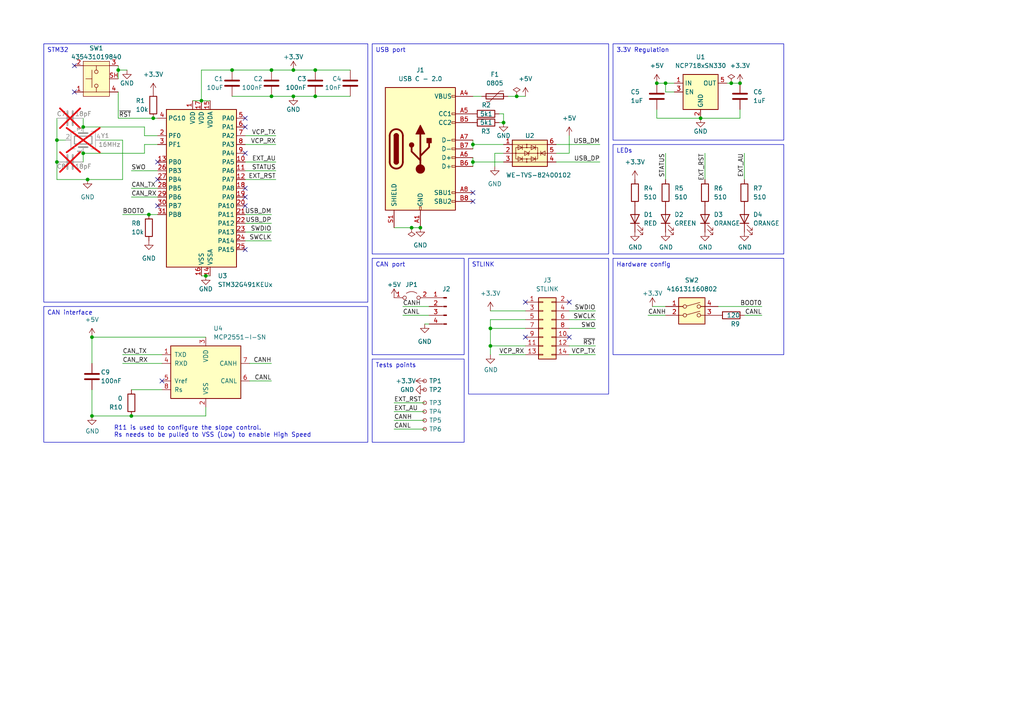
<source format=kicad_sch>
(kicad_sch (version 20230121) (generator eeschema)
  (paper "A4")
  (title_block (title "Dongle CAN") (date "2024-01-05") (rev "1.0"))
  (lib_symbols
    (symbol "ComponentsEvo:435431019840" (pin_names (offset 1.016) hide)
      (property "Reference" "SW" (at -6.35 -1.27 90))
      (property "Value" "435431019840" (at 7.62 0 90))
      (symbol "435431019840_0_1"
        (circle (center -2.032 0) (radius 0.508))
        (polyline (pts (xy -3.81 3.81) (xy -3.81 -3.81)))
        (polyline (pts (xy -2.54 0) (xy -3.81 0)))
        (polyline (pts (xy 0 1.27) (xy 0 3.048)))
        (polyline (pts (xy 2.54 1.27) (xy -2.54 1.27)))
        (polyline (pts (xy 3.81 0) (xy 2.54 0)))
        (polyline (pts (xy 3.81 3.81) (xy 3.81 -3.81)))
        (circle (center 2.032 0) (radius 0.508))
        (pin passive line (at -3.81 6.35 270) (length 2.54) (name "1") (number "1"))
        (pin passive line (at 3.81 6.35 270) (length 2.54) (name "2") (number "2"))
      )
      (symbol "435431019840_1_1"
        (rectangle (start -5.08 3.81) (end 5.08 -3.81) (fill (type background)))
        (pin passive line (at 3.81 -6.35 90) (length 2.54) (name "3") (number "3"))
        (pin passive line (at -3.81 -6.35 90) (length 2.54) (name "4") (number "4"))
        (pin passive line (at 0 -6.35 90) (length 2.54) (name "SH") (number "SH"))
      )
    )
    (symbol "Connector:Conn_01x04_Pin" (pin_names (offset 1.016) hide)
      (property "Reference" "J" (at 0 5.08 0))
      (property "Value" "Conn_01x04_Pin" (at 0 -7.62 0))
      (symbol "Conn_01x04_Pin_1_1"
        (polyline (pts (xy 1.27 -5.08) (xy 0.8636 -5.08)) (stroke (width 0.1524)))
        (polyline (pts (xy 1.27 -2.54) (xy 0.8636 -2.54)) (stroke (width 0.1524)))
        (polyline (pts (xy 1.27 0) (xy 0.8636 0)) (stroke (width 0.1524)))
        (polyline (pts (xy 1.27 2.54) (xy 0.8636 2.54)) (stroke (width 0.1524)))
        (rectangle (start 0.8636 -4.953) (end 0 -5.207) (stroke (width 0.1524)) (fill (type outline)))
        (rectangle (start 0.8636 -2.413) (end 0 -2.667) (stroke (width 0.1524)) (fill (type outline)))
        (rectangle (start 0.8636 0.127) (end 0 -0.127) (stroke (width 0.1524)) (fill (type outline)))
        (rectangle (start 0.8636 2.667) (end 0 2.413) (stroke (width 0.1524)) (fill (type outline)))
        (pin passive line (at 5.08 2.54 180) (length 3.81) (name "Pin_1") (number "1"))
        (pin passive line (at 5.08 0 180) (length 3.81) (name "Pin_2") (number "2"))
        (pin passive line (at 5.08 -2.54 180) (length 3.81) (name "Pin_3") (number "3"))
        (pin passive line (at 5.08 -5.08 180) (length 3.81) (name "Pin_4") (number "4"))
      )
    )
    (symbol "Connector:TestPoint_Small" (pin_numbers hide) (pin_names (offset 0.762) hide)
      (property "Reference" "TP" (at 0 3.81 0))
      (property "Value" "TestPoint_Small" (at 0 2.032 0))
      (symbol "TestPoint_Small_0_1"
        (circle (center 0 0) (radius 0.508))
      )
      (symbol "TestPoint_Small_1_1"
        (pin passive line (at 0 0 90) (length 0) (name "1") (number "1"))
      )
    )
    (symbol "Connector:USB_C_Receptacle_USB2.0" (pin_names (offset 1.016))
      (property "Reference" "J" (at -10.16 19.05 0))
      (property "Value" "USB_C_Receptacle_USB2.0" (at 19.05 19.05 0))
      (symbol "USB_C_Receptacle_USB2.0_0_0"
        (rectangle (start -0.254 -17.78) (end 0.254 -16.764))
        (rectangle (start 10.16 -14.986) (end 9.144 -15.494))
        (rectangle (start 10.16 -12.446) (end 9.144 -12.954))
        (rectangle (start 10.16 -4.826) (end 9.144 -5.334))
        (rectangle (start 10.16 -2.286) (end 9.144 -2.794))
        (rectangle (start 10.16 0.254) (end 9.144 -0.254))
        (rectangle (start 10.16 2.794) (end 9.144 2.286))
        (rectangle (start 10.16 7.874) (end 9.144 7.366))
        (rectangle (start 10.16 10.414) (end 9.144 9.906))
        (rectangle (start 10.16 15.494) (end 9.144 14.986))
      )
      (symbol "USB_C_Receptacle_USB2.0_0_1"
        (rectangle (start -10.16 17.78) (end 10.16 -17.78) (stroke (width 0.254)) (fill (type background)))
        (arc (start -8.89 -3.81) (mid -6.985 -5.7067) (end -5.08 -3.81) (stroke (width 0.508)))
        (arc (start -7.62 -3.81) (mid -6.985 -4.4423) (end -6.35 -3.81) (stroke (width 0.254)))
        (arc (start -7.62 -3.81) (mid -6.985 -4.4423) (end -6.35 -3.81) (stroke (width 0.254)) (fill (type outline)))
        (rectangle (start -7.62 -3.81) (end -6.35 3.81) (stroke (width 0.254)) (fill (type outline)))
        (arc (start -6.35 3.81) (mid -6.985 4.4423) (end -7.62 3.81) (stroke (width 0.254)))
        (arc (start -6.35 3.81) (mid -6.985 4.4423) (end -7.62 3.81) (stroke (width 0.254)) (fill (type outline)))
        (arc (start -5.08 3.81) (mid -6.985 5.7067) (end -8.89 3.81) (stroke (width 0.508)))
        (circle (center -2.54 1.143) (radius 0.635) (stroke (width 0.254)) (fill (type outline)))
        (circle (center 0 -5.842) (radius 1.27) (fill (type outline)))
        (polyline (pts (xy -8.89 -3.81) (xy -8.89 3.81)) (stroke (width 0.508)))
        (polyline (pts (xy -5.08 3.81) (xy -5.08 -3.81)) (stroke (width 0.508)))
        (polyline (pts (xy 0 -5.842) (xy 0 4.318)) (stroke (width 0.508)))
        (polyline (pts (xy 0 -3.302) (xy -2.54 -0.762) (xy -2.54 0.508)) (stroke (width 0.508)))
        (polyline (pts (xy 0 -2.032) (xy 2.54 0.508) (xy 2.54 1.778)) (stroke (width 0.508)))
        (polyline (pts (xy -1.27 4.318) (xy 0 6.858) (xy 1.27 4.318) (xy -1.27 4.318)) (stroke (width 0.254)) (fill (type outline)))
        (rectangle (start 1.905 1.778) (end 3.175 3.048) (stroke (width 0.254)) (fill (type outline)))
      )
      (symbol "USB_C_Receptacle_USB2.0_1_1"
        (pin passive line (at 0 -22.86 90) (length 5.08) (name "GND") (number "A1"))
        (pin passive line (at 0 -22.86 90) (length 5.08) hide (name "GND") (number "A12"))
        (pin passive line (at 15.24 15.24 180) (length 5.08) (name "VBUS") (number "A4"))
        (pin bidirectional line (at 15.24 10.16 180) (length 5.08) (name "CC1") (number "A5"))
        (pin bidirectional line (at 15.24 -2.54 180) (length 5.08) (name "D+") (number "A6"))
        (pin bidirectional line (at 15.24 2.54 180) (length 5.08) (name "D-") (number "A7"))
        (pin bidirectional line (at 15.24 -12.7 180) (length 5.08) (name "SBU1") (number "A8"))
        (pin passive line (at 15.24 15.24 180) (length 5.08) hide (name "VBUS") (number "A9"))
        (pin passive line (at 0 -22.86 90) (length 5.08) hide (name "GND") (number "B1"))
        (pin passive line (at 0 -22.86 90) (length 5.08) hide (name "GND") (number "B12"))
        (pin passive line (at 15.24 15.24 180) (length 5.08) hide (name "VBUS") (number "B4"))
        (pin bidirectional line (at 15.24 7.62 180) (length 5.08) (name "CC2") (number "B5"))
        (pin bidirectional line (at 15.24 -5.08 180) (length 5.08) (name "D+") (number "B6"))
        (pin bidirectional line (at 15.24 0 180) (length 5.08) (name "D-") (number "B7"))
        (pin bidirectional line (at 15.24 -15.24 180) (length 5.08) (name "SBU2") (number "B8"))
        (pin passive line (at 15.24 15.24 180) (length 5.08) hide (name "VBUS") (number "B9"))
        (pin passive line (at -7.62 -22.86 90) (length 5.08) (name "SHIELD") (number "S1"))
      )
    )
    (symbol "Connector_Generic:Conn_02x07_Odd_Even" (pin_names (offset 1.016) hide)
      (property "Reference" "J" (at 1.27 10.16 0))
      (property "Value" "Conn_02x07_Odd_Even" (at 1.27 -10.16 0))
      (symbol "Conn_02x07_Odd_Even_1_1"
        (rectangle (start -1.27 -7.493) (end 0 -7.747) (stroke (width 0.1524)))
        (rectangle (start -1.27 -4.953) (end 0 -5.207) (stroke (width 0.1524)))
        (rectangle (start -1.27 -2.413) (end 0 -2.667) (stroke (width 0.1524)))
        (rectangle (start -1.27 0.127) (end 0 -0.127) (stroke (width 0.1524)))
        (rectangle (start -1.27 2.667) (end 0 2.413) (stroke (width 0.1524)))
        (rectangle (start -1.27 5.207) (end 0 4.953) (stroke (width 0.1524)))
        (rectangle (start -1.27 7.747) (end 0 7.493) (stroke (width 0.1524)))
        (rectangle (start -1.27 8.89) (end 3.81 -8.89) (stroke (width 0.254)) (fill (type background)))
        (rectangle (start 3.81 -7.493) (end 2.54 -7.747) (stroke (width 0.1524)))
        (rectangle (start 3.81 -4.953) (end 2.54 -5.207) (stroke (width 0.1524)))
        (rectangle (start 3.81 -2.413) (end 2.54 -2.667) (stroke (width 0.1524)))
        (rectangle (start 3.81 0.127) (end 2.54 -0.127) (stroke (width 0.1524)))
        (rectangle (start 3.81 2.667) (end 2.54 2.413) (stroke (width 0.1524)))
        (rectangle (start 3.81 5.207) (end 2.54 4.953) (stroke (width 0.1524)))
        (rectangle (start 3.81 7.747) (end 2.54 7.493) (stroke (width 0.1524)))
        (pin passive line (at -5.08 7.62 0) (length 3.81) (name "Pin_1") (number "1"))
        (pin passive line (at 7.62 -2.54 180) (length 3.81) (name "Pin_10") (number "10"))
        (pin passive line (at -5.08 -5.08 0) (length 3.81) (name "Pin_11") (number "11"))
        (pin passive line (at 7.62 -5.08 180) (length 3.81) (name "Pin_12") (number "12"))
        (pin passive line (at -5.08 -7.62 0) (length 3.81) (name "Pin_13") (number "13"))
        (pin passive line (at 7.62 -7.62 180) (length 3.81) (name "Pin_14") (number "14"))
        (pin passive line (at 7.62 7.62 180) (length 3.81) (name "Pin_2") (number "2"))
        (pin passive line (at -5.08 5.08 0) (length 3.81) (name "Pin_3") (number "3"))
        (pin passive line (at 7.62 5.08 180) (length 3.81) (name "Pin_4") (number "4"))
        (pin passive line (at -5.08 2.54 0) (length 3.81) (name "Pin_5") (number "5"))
        (pin passive line (at 7.62 2.54 180) (length 3.81) (name "Pin_6") (number "6"))
        (pin passive line (at -5.08 0 0) (length 3.81) (name "Pin_7") (number "7"))
        (pin passive line (at 7.62 0 180) (length 3.81) (name "Pin_8") (number "8"))
        (pin passive line (at -5.08 -2.54 0) (length 3.81) (name "Pin_9") (number "9"))
      )
    )
    (symbol "Device:C" (pin_numbers hide) (pin_names (offset 0.254))
      (property "Reference" "C" (at 0.635 2.54 0))
      (property "Value" "C" (at 0.635 -2.54 0))
      (symbol "C_0_1"
        (polyline (pts (xy -2.032 -0.762) (xy 2.032 -0.762)) (stroke (width 0.508)))
        (polyline (pts (xy -2.032 0.762) (xy 2.032 0.762)) (stroke (width 0.508)))
      )
      (symbol "C_1_1"
        (pin passive line (at 0 3.81 270) (length 2.794) (name "~") (number "1"))
        (pin passive line (at 0 -3.81 90) (length 2.794) (name "~") (number "2"))
      )
    )
    (symbol "Device:Crystal_GND24" (pin_names (offset 1.016) hide)
      (property "Reference" "Y" (at 3.175 5.08 0))
      (property "Value" "Crystal_GND24" (at 3.175 3.175 0))
      (symbol "Crystal_GND24_0_1"
        (rectangle (start -1.143 2.54) (end 1.143 -2.54) (stroke (width 0.3048)))
        (polyline (pts (xy -2.54 0) (xy -2.032 0)))
        (polyline (pts (xy -2.032 -1.27) (xy -2.032 1.27)) (stroke (width 0.508)))
        (polyline (pts (xy 0 -3.81) (xy 0 -3.556)))
        (polyline (pts (xy 0 3.556) (xy 0 3.81)))
        (polyline (pts (xy 2.032 -1.27) (xy 2.032 1.27)) (stroke (width 0.508)))
        (polyline (pts (xy 2.032 0) (xy 2.54 0)))
        (polyline (pts (xy -2.54 -2.286) (xy -2.54 -3.556) (xy 2.54 -3.556) (xy 2.54 -2.286)))
        (polyline (pts (xy -2.54 2.286) (xy -2.54 3.556) (xy 2.54 3.556) (xy 2.54 2.286)))
      )
      (symbol "Crystal_GND24_1_1"
        (pin passive line (at -3.81 0 0) (length 1.27) (name "1") (number "1"))
        (pin passive line (at 0 5.08 270) (length 1.27) (name "2") (number "2"))
        (pin passive line (at 3.81 0 180) (length 1.27) (name "3") (number "3"))
        (pin passive line (at 0 -5.08 90) (length 1.27) (name "4") (number "4"))
      )
    )
    (symbol "Device:LED" (pin_numbers hide) (pin_names (offset 1.016) hide)
      (property "Reference" "D" (at 0 2.54 0))
      (property "Value" "LED" (at 0 -2.54 0))
      (symbol "LED_0_1"
        (polyline (pts (xy -1.27 -1.27) (xy -1.27 1.27)) (stroke (width 0.254)))
        (polyline (pts (xy -1.27 0) (xy 1.27 0)))
        (polyline (pts (xy 1.27 -1.27) (xy 1.27 1.27) (xy -1.27 0) (xy 1.27 -1.27)) (stroke (width 0.254)))
        (polyline (pts (xy -3.048 -0.762) (xy -4.572 -2.286) (xy -3.81 -2.286) (xy -4.572 -2.286) (xy -4.572 -1.524)))
        (polyline (pts (xy -1.778 -0.762) (xy -3.302 -2.286) (xy -2.54 -2.286) (xy -3.302 -2.286) (xy -3.302 -1.524)))
      )
      (symbol "LED_1_1"
        (pin passive line (at -3.81 0 0) (length 2.54) (name "K") (number "1"))
        (pin passive line (at 3.81 0 180) (length 2.54) (name "A") (number "2"))
      )
    )
    (symbol "Device:Polyfuse" (pin_numbers hide) (pin_names (offset 0))
      (property "Reference" "F" (at -2.54 0 90))
      (property "Value" "Polyfuse" (at 2.54 0 90))
      (symbol "Polyfuse_0_1"
        (rectangle (start -0.762 2.54) (end 0.762 -2.54) (stroke (width 0.254)))
        (polyline (pts (xy 0 2.54) (xy 0 -2.54)))
        (polyline (pts (xy -1.524 2.54) (xy -1.524 1.524) (xy 1.524 -1.524) (xy 1.524 -2.54)))
      )
      (symbol "Polyfuse_1_1"
        (pin passive line (at 0 3.81 270) (length 1.27) (name "~") (number "1"))
        (pin passive line (at 0 -3.81 90) (length 1.27) (name "~") (number "2"))
      )
    )
    (symbol "Device:R" (pin_numbers hide) (pin_names (offset 0))
      (property "Reference" "R" (at 2.032 0 90))
      (property "Value" "R" (at 0 0 90))
      (symbol "R_0_1"
        (rectangle (start -1.016 -2.54) (end 1.016 2.54) (stroke (width 0.254)))
      )
      (symbol "R_1_1"
        (pin passive line (at 0 3.81 270) (length 1.27) (name "~") (number "1"))
        (pin passive line (at 0 -3.81 90) (length 1.27) (name "~") (number "2"))
      )
    )
    (symbol "Interface_CAN_LIN:MCP2551-I-SN" (pin_names (offset 1.016))
      (property "Reference" "U" (at -10.16 8.89 0))
      (property "Value" "MCP2551-I-SN" (at 2.54 8.89 0))
      (symbol "MCP2551-I-SN_0_1"
        (rectangle (start -10.16 7.62) (end 10.16 -7.62) (stroke (width 0.254)) (fill (type background)))
      )
      (symbol "MCP2551-I-SN_1_1"
        (pin input line (at -12.7 5.08 0) (length 2.54) (name "TXD") (number "1"))
        (pin power_in line (at 0 -10.16 90) (length 2.54) (name "VSS") (number "2"))
        (pin power_in line (at 0 10.16 270) (length 2.54) (name "VDD") (number "3"))
        (pin output line (at -12.7 2.54 0) (length 2.54) (name "RXD") (number "4"))
        (pin power_out line (at -12.7 -2.54 0) (length 2.54) (name "Vref") (number "5"))
        (pin bidirectional line (at 12.7 -2.54 180) (length 2.54) (name "CANL") (number "6"))
        (pin bidirectional line (at 12.7 2.54 180) (length 2.54) (name "CANH") (number "7"))
        (pin input line (at -12.7 -5.08 0) (length 2.54) (name "Rs") (number "8"))
      )
    )
    (symbol "Jumper:Jumper_2_Open" (pin_names (offset 0) hide)
      (property "Reference" "JP" (at 0 2.794 0))
      (property "Value" "Jumper_2_Open" (at 0 -2.286 0))
      (symbol "Jumper_2_Open_0_0"
        (circle (center -2.032 0) (radius 0.508))
        (circle (center 2.032 0) (radius 0.508))
      )
      (symbol "Jumper_2_Open_0_1"
        (arc (start 1.524 1.27) (mid 0 1.778) (end -1.524 1.27))
      )
      (symbol "Jumper_2_Open_1_1"
        (pin passive line (at -5.08 0 0) (length 2.54) (name "A") (number "1"))
        (pin passive line (at 5.08 0 180) (length 2.54) (name "B") (number "2"))
      )
    )
    (symbol "MCU_ST_STM32G4:STM32G491KEUx"
      (property "Reference" "U" (at -10.16 24.13 0))
      (property "Value" "STM32G491KEUx" (at 5.08 24.13 0))
      (symbol "STM32G491KEUx_0_1"
        (rectangle (start -10.16 -22.86) (end 10.16 22.86) (stroke (width 0.254)) (fill (type background)))
      )
      (symbol "STM32G491KEUx_1_1"
        (pin power_in line (at -2.54 25.4 270) (length 2.54) (name "VDD") (number "1"))
        (pin bidirectional line (at 12.7 7.62 180) (length 2.54) (name "PA5") (number "10"))
        (pin bidirectional line (at 12.7 5.08 180) (length 2.54) (name "PA6") (number "11"))
        (pin bidirectional line (at 12.7 2.54 180) (length 2.54) (name "PA7") (number "12"))
        (pin bidirectional line (at -12.7 7.62 0) (length 2.54) (name "PB0") (number "13"))
        (pin power_in line (at 2.54 -25.4 90) (length 2.54) (name "VSSA") (number "14"))
        (pin power_in line (at 2.54 25.4 270) (length 2.54) (name "VDDA") (number "15"))
        (pin power_in line (at 0 -25.4 90) (length 2.54) (name "VSS") (number "16"))
        (pin power_in line (at 0 25.4 270) (length 2.54) (name "VDD") (number "17"))
        (pin bidirectional line (at 12.7 0 180) (length 2.54) (name "PA8") (number "18"))
        (pin bidirectional line (at 12.7 -2.54 180) (length 2.54) (name "PA9") (number "19"))
        (pin bidirectional line (at -12.7 15.24 0) (length 2.54) (name "PF0") (number "2"))
        (pin bidirectional line (at 12.7 -5.08 180) (length 2.54) (name "PA10") (number "20"))
        (pin bidirectional line (at 12.7 -7.62 180) (length 2.54) (name "PA11") (number "21"))
        (pin bidirectional line (at 12.7 -10.16 180) (length 2.54) (name "PA12") (number "22"))
        (pin bidirectional line (at 12.7 -12.7 180) (length 2.54) (name "PA13") (number "23"))
        (pin bidirectional line (at 12.7 -15.24 180) (length 2.54) (name "PA14") (number "24"))
        (pin bidirectional line (at 12.7 -17.78 180) (length 2.54) (name "PA15") (number "25"))
        (pin bidirectional line (at -12.7 5.08 0) (length 2.54) (name "PB3") (number "26"))
        (pin bidirectional line (at -12.7 2.54 0) (length 2.54) (name "PB4") (number "27"))
        (pin bidirectional line (at -12.7 0 0) (length 2.54) (name "PB5") (number "28"))
        (pin bidirectional line (at -12.7 -2.54 0) (length 2.54) (name "PB6") (number "29"))
        (pin bidirectional line (at -12.7 12.7 0) (length 2.54) (name "PF1") (number "3"))
        (pin bidirectional line (at -12.7 -5.08 0) (length 2.54) (name "PB7") (number "30"))
        (pin bidirectional line (at -12.7 -7.62 0) (length 2.54) (name "PB8") (number "31"))
        (pin passive line (at 0 -25.4 90) (length 2.54) hide (name "VSS") (number "32"))
        (pin passive line (at 0 -25.4 90) (length 2.54) hide (name "VSS") (number "33"))
        (pin bidirectional line (at -12.7 20.32 0) (length 2.54) (name "PG10") (number "4"))
        (pin bidirectional line (at 12.7 20.32 180) (length 2.54) (name "PA0") (number "5"))
        (pin bidirectional line (at 12.7 17.78 180) (length 2.54) (name "PA1") (number "6"))
        (pin bidirectional line (at 12.7 15.24 180) (length 2.54) (name "PA2") (number "7"))
        (pin bidirectional line (at 12.7 12.7 180) (length 2.54) (name "PA3") (number "8"))
        (pin bidirectional line (at 12.7 10.16 180) (length 2.54) (name "PA4") (number "9"))
      )
    )
    (symbol "Power_Protection:WE-TVS-82400102"
      (property "Reference" "U" (at 0 7.62 0))
      (property "Value" "WE-TVS-82400102" (at 0 5.08 0))
      (symbol "WE-TVS-82400102_0_1"
        (circle (center -4.064 0) (radius 0.127))
        (rectangle (start -4.064 1.651) (end 2.286 -1.651))
        (circle (center -0.889 -2.54) (radius 0.127))
        (circle (center -0.889 -1.651) (radius 0.127))
        (circle (center -0.889 1.651) (radius 0.127))
        (circle (center -0.889 2.54) (radius 0.127))
        (polyline (pts (xy -5.08 -2.54) (xy 5.08 -2.54)))
        (polyline (pts (xy -5.08 2.54) (xy 5.08 2.54)))
        (polyline (pts (xy -4.064 0) (xy -5.08 0)))
        (polyline (pts (xy -4.064 0) (xy 2.286 0)) (fill (type outline)))
        (polyline (pts (xy -2.159 -1.016) (xy -2.159 -2.286)))
        (polyline (pts (xy -2.159 2.286) (xy -2.159 1.016)))
        (polyline (pts (xy -0.889 -1.651) (xy -0.889 -2.413)))
        (polyline (pts (xy -0.889 1.651) (xy -0.889 2.54)))
        (polyline (pts (xy -0.508 -0.635) (xy -0.508 -0.635)))
        (polyline (pts (xy 1.651 -1.016) (xy 1.651 -2.286)))
        (polyline (pts (xy 1.651 2.286) (xy 1.651 1.016)))
        (polyline (pts (xy 2.286 0) (xy 5.08 0)))
        (polyline (pts (xy -3.429 -1.016) (xy -3.429 -2.286) (xy -2.159 -1.651) (xy -3.429 -1.016)))
        (polyline (pts (xy -3.429 1.016) (xy -3.429 2.286) (xy -2.159 1.651) (xy -3.429 1.016)))
        (polyline (pts (xy 0 0.635) (xy -0.254 0.381) (xy -0.254 -0.381) (xy -0.508 -0.635)))
        (polyline (pts (xy 0.381 -1.016) (xy 0.381 -2.286) (xy 1.651 -1.651) (xy 0.381 -1.016)))
        (polyline (pts (xy 0.381 1.016) (xy 0.381 2.286) (xy 1.651 1.651) (xy 0.381 1.016)))
        (circle (center 2.286 0) (radius 0.127))
      )
      (symbol "WE-TVS-82400102_1_1"
        (rectangle (start -5.08 3.81) (end 5.08 -3.81) (stroke (width 0.254)) (fill (type background)))
        (polyline (pts (xy 3.175 0.635) (xy 3.175 -0.635)))
        (polyline (pts (xy -1.524 0.635) (xy -1.524 -0.635) (xy -0.254 0) (xy -1.524 0.635)))
        (polyline (pts (xy 4.445 0.635) (xy 4.445 -0.635) (xy 3.175 0) (xy 4.445 0.635)))
        (pin passive line (at -7.62 2.54 0) (length 2.54) (name "~") (number "1"))
        (pin passive line (at -7.62 0 0) (length 2.54) (name "~") (number "2"))
        (pin passive line (at -7.62 -2.54 0) (length 2.54) (name "~") (number "3"))
        (pin passive line (at 7.62 -2.54 180) (length 2.54) (name "~") (number "4"))
        (pin passive line (at 7.62 0 180) (length 2.54) (name "~") (number "5"))
        (pin passive line (at 7.62 2.54 180) (length 2.54) (name "~") (number "6"))
      )
    )
    (symbol "Regulator_Linear:NCP718xSN330"
      (property "Reference" "U" (at -3.81 6.35 0))
      (property "Value" "NCP718xSN330" (at 6.35 6.35 0))
      (symbol "NCP718xSN330_0_1"
        (rectangle (start -5.08 -5.08) (end 5.08 5.08) (stroke (width 0.254)) (fill (type background)))
        (pin power_in line (at -7.62 2.54 0) (length 2.54) (name "IN") (number "1"))
        (pin power_in line (at 0 -7.62 90) (length 2.54) (name "GND") (number "2"))
        (pin input line (at -7.62 0 0) (length 2.54) (name "EN") (number "3"))
        (pin no_connect line (at 5.08 0 180) (length 2.54) hide (name "NC") (number "4"))
        (pin power_out line (at 7.62 2.54 180) (length 2.54) (name "OUT") (number "5"))
      )
    )
    (symbol "Switch:SW_DIP_x02" (pin_names (offset 0) hide)
      (property "Reference" "SW" (at 0 6.35 0))
      (property "Value" "SW_DIP_x02" (at 0 -3.81 0))
      (symbol "SW_DIP_x02_0_0"
        (circle (center -2.032 0) (radius 0.508))
        (circle (center -2.032 2.54) (radius 0.508))
        (polyline (pts (xy -1.524 0.127) (xy 2.3622 1.1684)))
        (polyline (pts (xy -1.524 2.667) (xy 2.3622 3.7084)))
        (circle (center 2.032 0) (radius 0.508))
        (circle (center 2.032 2.54) (radius 0.508))
      )
      (symbol "SW_DIP_x02_0_1"
        (rectangle (start -3.81 5.08) (end 3.81 -2.54) (stroke (width 0.254)) (fill (type background)))
      )
      (symbol "SW_DIP_x02_1_1"
        (pin passive line (at -7.62 2.54 0) (length 5.08) (name "~") (number "1"))
        (pin passive line (at -7.62 0 0) (length 5.08) (name "~") (number "2"))
        (pin passive line (at 7.62 0 180) (length 5.08) (name "~") (number "3"))
        (pin passive line (at 7.62 2.54 180) (length 5.08) (name "~") (number "4"))
      )
    )
    (symbol "power:+3.3V" (power) (pin_names (offset 0))
      (property "Value" "+3.3V" (at 0 3.556 0))
      (symbol "+3.3V_0_1"
        (polyline (pts (xy -0.762 1.27) (xy 0 2.54)))
        (polyline (pts (xy 0 0) (xy 0 2.54)))
        (polyline (pts (xy 0 2.54) (xy 0.762 1.27)))
      )
      (symbol "+3.3V_1_1"
        (pin power_in line (at 0 0 90) (length 0) hide (name "+3.3V") (number "1"))
      )
    )
    (symbol "power:+5V" (power) (pin_names (offset 0))
      (property "Value" "+5V" (at 0 3.556 0))
      (symbol "+5V_0_1"
        (polyline (pts (xy -0.762 1.27) (xy 0 2.54)))
        (polyline (pts (xy 0 0) (xy 0 2.54)))
        (polyline (pts (xy 0 2.54) (xy 0.762 1.27)))
      )
      (symbol "+5V_1_1"
        (pin power_in line (at 0 0 90) (length 0) hide (name "+5V") (number "1"))
      )
    )
    (symbol "power:GND" (power) (pin_names (offset 0))
      (property "Value" "GND" (at 0 -3.81 0))
      (symbol "GND_0_1"
        (polyline (pts (xy 0 0) (xy 0 -1.27) (xy 1.27 -1.27) (xy 0 -2.54) (xy -1.27 -1.27) (xy 0 -1.27)))
      )
      (symbol "GND_1_1"
        (pin power_in line (at 0 0 270) (length 0) hide (name "GND") (number "1"))
      )
    )
    (symbol "power:PWR_FLAG" (power) (pin_numbers hide) (pin_names (offset 0) hide)
      (property "Value" "PWR_FLAG" (at 0 3.81 0))
      (symbol "PWR_FLAG_0_0"
        (pin power_out line (at 0 0 90) (length 0) (name "pwr") (number "1"))
      )
      (symbol "PWR_FLAG_0_1"
        (polyline (pts (xy 0 0) (xy 0 1.27) (xy -1.016 1.905) (xy 0 2.54) (xy 1.016 1.905) (xy 0 1.27)))
      )
    )
  )
  (junction (at 85.09 20.32))
  (junction (at 149.86 27.94))
  (junction (at 78.74 20.32))
  (junction (at 78.74 27.94))
  (junction (at 212.09 24.13))
  (junction (at 38.1 120.65))
  (junction (at 121.92 66.04))
  (junction (at 58.42 29.21))
  (junction (at 34.29 20.32))
  (junction (at 26.67 120.65))
  (junction (at 146.05 35.56))
  (junction (at 190.5 24.13))
  (junction (at 24.13 44.45))
  (junction (at 137.16 41.91))
  (junction (at 85.09 27.94))
  (junction (at 91.44 20.32))
  (junction (at 44.45 34.29))
  (junction (at 119.38 66.04))
  (junction (at 43.18 62.23))
  (junction (at 91.44 27.94))
  (junction (at 193.04 24.13))
  (junction (at 203.2 34.29))
  (junction (at 16.51 40.64))
  (junction (at 25.4 52.07))
  (junction (at 24.13 36.83))
  (junction (at 142.24 100.33))
  (junction (at 16.51 46.99))
  (junction (at 214.63 24.13))
  (junction (at 142.24 95.25))
  (junction (at 26.67 97.79))
  (junction (at 59.69 80.01))
  (junction (at 137.16 46.99))
  (junction (at 67.31 20.32))
  (no_connect (at 152.4 87.63))
  (no_connect (at 71.12 34.29))
  (no_connect (at 45.72 52.07))
  (no_connect (at 137.16 58.42))
  (no_connect (at 165.1 87.63))
  (no_connect (at 71.12 54.61))
  (no_connect (at 71.12 59.69))
  (no_connect (at 21.59 19.05))
  (no_connect (at 71.12 36.83))
  (no_connect (at 71.12 44.45))
  (no_connect (at 137.16 55.88))
  (no_connect (at 46.99 110.49))
  (no_connect (at 71.12 72.39))
  (no_connect (at 71.12 57.15))
  (no_connect (at 165.1 97.79))
  (no_connect (at 21.59 26.67))
  (no_connect (at 152.4 97.79))
  (no_connect (at 45.72 59.69))
  (no_connect (at 45.72 46.99))
  (wire (pts (xy 71.12 46.99) (xy 80.01 46.99)))
  (wire (pts (xy 24.13 46.99) (xy 24.13 44.45)))
  (wire (pts (xy 38.1 57.15) (xy 45.72 57.15)))
  (wire (pts (xy 187.96 91.44) (xy 193.04 91.44)))
  (wire (pts (xy 193.04 24.13) (xy 195.58 24.13)))
  (wire (pts (xy 215.9 91.44) (xy 220.98 91.44)))
  (wire (pts (xy 71.12 62.23) (xy 78.74 62.23)))
  (wire (pts (xy 58.42 20.32) (xy 67.31 20.32)))
  (wire (pts (xy 85.09 27.94) (xy 91.44 27.94)))
  (wire (pts (xy 67.31 27.94) (xy 78.74 27.94)))
  (wire (pts (xy 72.39 105.41) (xy 78.74 105.41)))
  (wire (pts (xy 38.1 113.03) (xy 46.99 113.03)))
  (wire (pts (xy 41.91 41.91) (xy 41.91 44.45)))
  (wire (pts (xy 165.1 100.33) (xy 172.72 100.33)))
  (wire (pts (xy 34.29 20.32) (xy 34.29 22.86)))
  (wire (pts (xy 16.51 52.07) (xy 16.51 46.99)))
  (wire (pts (xy 208.28 88.9) (xy 220.98 88.9)))
  (wire (pts (xy 35.56 102.87) (xy 46.99 102.87)))
  (wire (pts (xy 165.1 44.45) (xy 165.1 39.37)))
  (wire (pts (xy 142.24 100.33) (xy 142.24 102.87)))
  (wire (pts (xy 71.12 39.37) (xy 80.01 39.37)))
  (wire (pts (xy 91.44 27.94) (xy 101.6 27.94)))
  (wire (pts (xy 190.5 24.13) (xy 193.04 24.13)))
  (wire (pts (xy 215.9 44.45) (xy 215.9 52.07)))
  (wire (pts (xy 71.12 69.85) (xy 78.74 69.85)))
  (wire (pts (xy 193.04 24.13) (xy 193.04 26.67)))
  (wire (pts (xy 26.67 97.79) (xy 26.67 105.41)))
  (wire (pts (xy 25.4 52.07) (xy 35.56 52.07)))
  (wire (pts (xy 58.42 29.21) (xy 60.96 29.21)))
  (wire (pts (xy 91.44 20.32) (xy 101.6 20.32)))
  (wire (pts (xy 195.58 26.67) (xy 193.04 26.67)))
  (wire (pts (xy 114.3 124.46) (xy 123.19 124.46)))
  (wire (pts (xy 137.16 41.91) (xy 137.16 43.18)))
  (wire (pts (xy 35.56 62.23) (xy 43.18 62.23)))
  (wire (pts (xy 16.51 46.99) (xy 16.51 40.64)))
  (wire (pts (xy 152.4 92.71) (xy 142.24 92.71)))
  (wire (pts (xy 137.16 40.64) (xy 137.16 41.91)))
  (wire (pts (xy 190.5 31.75) (xy 190.5 34.29)))
  (wire (pts (xy 214.63 34.29) (xy 203.2 34.29)))
  (wire (pts (xy 85.09 20.32) (xy 91.44 20.32)))
  (wire (pts (xy 142.24 92.71) (xy 142.24 95.25)))
  (wire (pts (xy 71.12 52.07) (xy 80.01 52.07)))
  (wire (pts (xy 212.09 24.13) (xy 214.63 24.13)))
  (wire (pts (xy 146.05 46.99) (xy 137.16 46.99)))
  (wire (pts (xy 43.18 62.23) (xy 45.72 62.23)))
  (wire (pts (xy 16.51 34.29) (xy 16.51 40.64)))
  (wire (pts (xy 78.74 20.32) (xy 85.09 20.32)))
  (wire (pts (xy 161.29 41.91) (xy 173.99 41.91)))
  (wire (pts (xy 71.12 64.77) (xy 78.74 64.77)))
  (wire (pts (xy 139.7 27.94) (xy 137.16 27.94)))
  (wire (pts (xy 190.5 34.29) (xy 203.2 34.29)))
  (wire (pts (xy 193.04 44.45) (xy 193.04 52.07)))
  (wire (pts (xy 16.51 52.07) (xy 25.4 52.07)))
  (wire (pts (xy 189.23 88.9) (xy 193.04 88.9)))
  (wire (pts (xy 146.05 33.02) (xy 146.05 35.56)))
  (wire (pts (xy 26.67 97.79) (xy 59.69 97.79)))
  (wire (pts (xy 137.16 46.99) (xy 137.16 48.26)))
  (wire (pts (xy 26.67 113.03) (xy 26.67 120.65)))
  (wire (pts (xy 142.24 95.25) (xy 142.24 100.33)))
  (wire (pts (xy 26.67 120.65) (xy 38.1 120.65)))
  (wire (pts (xy 71.12 67.31) (xy 78.74 67.31)))
  (wire (pts (xy 152.4 27.94) (xy 149.86 27.94)))
  (wire (pts (xy 123.19 93.98) (xy 124.46 93.98)))
  (wire (pts (xy 165.1 95.25) (xy 172.72 95.25)))
  (wire (pts (xy 116.84 88.9) (xy 124.46 88.9)))
  (wire (pts (xy 44.45 34.29) (xy 45.72 34.29)))
  (wire (pts (xy 149.86 27.94) (xy 147.32 27.94)))
  (wire (pts (xy 58.42 80.01) (xy 59.69 80.01)))
  (wire (pts (xy 165.1 102.87) (xy 172.72 102.87)))
  (wire (pts (xy 34.29 34.29) (xy 34.29 26.67)))
  (wire (pts (xy 16.51 40.64) (xy 19.05 40.64)))
  (wire (pts (xy 137.16 45.72) (xy 137.16 46.99)))
  (wire (pts (xy 35.56 40.64) (xy 35.56 52.07)))
  (wire (pts (xy 35.56 105.41) (xy 46.99 105.41)))
  (wire (pts (xy 71.12 41.91) (xy 80.01 41.91)))
  (wire (pts (xy 59.69 80.01) (xy 60.96 80.01)))
  (wire (pts (xy 143.51 48.26) (xy 143.51 44.45)))
  (wire (pts (xy 165.1 92.71) (xy 172.72 92.71)))
  (wire (pts (xy 210.82 24.13) (xy 212.09 24.13)))
  (wire (pts (xy 24.13 44.45) (xy 41.91 44.45)))
  (wire (pts (xy 146.05 33.02) (xy 144.78 33.02)))
  (wire (pts (xy 161.29 44.45) (xy 165.1 44.45)))
  (wire (pts (xy 146.05 35.56) (xy 144.78 35.56)))
  (wire (pts (xy 34.29 19.05) (xy 34.29 20.32)))
  (wire (pts (xy 123.19 121.92) (xy 114.3 121.92)))
  (wire (pts (xy 38.1 54.61) (xy 45.72 54.61)))
  (wire (pts (xy 29.21 40.64) (xy 35.56 40.64)))
  (wire (pts (xy 137.16 41.91) (xy 146.05 41.91)))
  (wire (pts (xy 144.78 102.87) (xy 152.4 102.87)))
  (wire (pts (xy 78.74 27.94) (xy 85.09 27.94)))
  (wire (pts (xy 142.24 95.25) (xy 152.4 95.25)))
  (wire (pts (xy 161.29 46.99) (xy 173.99 46.99)))
  (wire (pts (xy 24.13 36.83) (xy 41.91 36.83)))
  (wire (pts (xy 59.69 118.11) (xy 59.69 120.65)))
  (wire (pts (xy 59.69 120.65) (xy 38.1 120.65)))
  (wire (pts (xy 165.1 90.17) (xy 172.72 90.17)))
  (wire (pts (xy 41.91 39.37) (xy 41.91 36.83)))
  (wire (pts (xy 116.84 91.44) (xy 124.46 91.44)))
  (wire (pts (xy 24.13 34.29) (xy 24.13 36.83)))
  (wire (pts (xy 123.19 119.38) (xy 114.3 119.38)))
  (wire (pts (xy 114.3 66.04) (xy 119.38 66.04)))
  (wire (pts (xy 143.51 44.45) (xy 146.05 44.45)))
  (wire (pts (xy 55.88 29.21) (xy 58.42 29.21)))
  (wire (pts (xy 142.24 90.17) (xy 152.4 90.17)))
  (wire (pts (xy 72.39 110.49) (xy 78.74 110.49)))
  (wire (pts (xy 34.29 20.32) (xy 36.83 20.32)))
  (wire (pts (xy 214.63 31.75) (xy 214.63 34.29)))
  (wire (pts (xy 34.29 34.29) (xy 44.45 34.29)))
  (wire (pts (xy 58.42 29.21) (xy 58.42 20.32)))
  (wire (pts (xy 119.38 66.04) (xy 121.92 66.04)))
  (wire (pts (xy 67.31 20.32) (xy 78.74 20.32)))
  (wire (pts (xy 38.1 49.53) (xy 45.72 49.53)))
  (wire (pts (xy 45.72 39.37) (xy 41.91 39.37)))
  (wire (pts (xy 204.47 44.45) (xy 204.47 52.07)))
  (wire (pts (xy 45.72 41.91) (xy 41.91 41.91)))
  (wire (pts (xy 123.19 116.84) (xy 114.3 116.84)))
  (wire (pts (xy 71.12 49.53) (xy 80.01 49.53)))
  (wire (pts (xy 152.4 100.33) (xy 142.24 100.33)))
  (text_box "STM32\n" (at 12.7 12.7 0) (size 93.98 74.93) (effects (font (size 1.27 1.27)) (justify left top)))
  (text_box "Tests points\n" (at 107.95 104.14 0) (size 26.67 24.13) (effects (font (size 1.27 1.27)) (justify left top)))
  (text_box "3.3V Regulation\n" (at 177.8 12.7 0) (size 49.53 27.94) (effects (font (size 1.27 1.27)) (justify left top)))
  (text_box "CAN interface" (at 12.7 88.9 0) (size 93.98 39.37) (effects (font (size 1.27 1.27)) (justify left top)))
  (text_box "USB port" (at 107.95 12.7 0) (size 68.58 60.96) (effects (font (size 1.27 1.27)) (justify left top)))
  (text_box "STLINK" (at 135.89 74.93 0) (size 40.64 39.37) (effects (font (size 1.27 1.27)) (justify left top)))
  (text_box "LEDs" (at 177.8 41.91 0) (size 49.53 31.75) (effects (font (size 1.27 1.27)) (justify left top)))
  (text_box "CAN port\n" (at 107.95 74.93 0) (size 26.67 27.94) (effects (font (size 1.27 1.27)) (justify left top)))
  (text_box "Hardware config\n" (at 177.8 74.93 0) (size 49.53 27.94) (effects (font (size 1.27 1.27)) (justify left top)))
  (text "R11 is used to configure the slope control.\nRs needs to be pulled to VSS (Low) to enable High Speed" (at 33.02 127 0) (effects (font (size 1.27 1.27)) (justify left bottom)))
  (label "STATUS" (at 193.04 44.45 270))
  (label "VCP_RX" (at 144.78 102.87 0))
  (label "EXT_RST" (at 204.47 44.45 270))
  (label "EXT_AU" (at 114.3 119.38 0))
  (label "VCP_RX" (at 80.01 41.91 180))
  (label "CAN_TX" (at 35.56 102.87 0))
  (label "CANH" (at 78.74 105.41 180))
  (label "SWO" (at 172.72 95.25 180))
  (label "USB_DM" (at 78.74 62.23 180))
  (label "VCP_TX" (at 172.72 102.87 180))
  (label "CAN_RX" (at 38.1 57.15 0))
  (label "STATUS" (at 80.01 49.53 180))
  (label "CANL" (at 78.74 110.49 180))
  (label "CANL" (at 114.3 124.46 0))
  (label "~{RST}" (at 172.72 100.33 180))
  (label "BOOT0" (at 220.98 88.9 180))
  (label "SWCLK" (at 172.72 92.71 180))
  (label "CAN_RX" (at 35.56 105.41 0))
  (label "SWDIO" (at 78.74 67.31 180))
  (label "USB_DP" (at 173.99 46.99 180))
  (label "USB_DM" (at 173.99 41.91 180))
  (label "EXT_RST" (at 80.01 52.07 180))
  (label "~{RST}" (at 38.1 34.29 180))
  (label "SWDIO" (at 172.72 90.17 180))
  (label "EXT_AU" (at 80.01 46.99 180))
  (label "SWCLK" (at 78.74 69.85 180))
  (label "EXT_AU" (at 215.9 44.45 270))
  (label "CANH" (at 114.3 121.92 0))
  (label "SWO" (at 38.1 49.53 0))
  (label "VCP_TX" (at 80.01 39.37 180))
  (label "BOOT0" (at 35.56 62.23 0))
  (label "CAN_TX" (at 38.1 54.61 0))
  (label "CANL" (at 220.98 91.44 180))
  (label "CANL" (at 116.84 91.44 0))
  (label "EXT_RST" (at 114.3 116.84 0))
  (label "USB_DP" (at 78.74 64.77 180))
  (label "CANH" (at 187.96 91.44 0))
  (label "CANH" (at 116.84 88.9 0))
  (symbol (lib_id "Switch:SW_DIP_x02") (at 200.66 91.44 0) (unit 1)
    (property "Reference" "SW2" (at 200.66 81.28 0))
    (property "Value" "416131160802" (at 200.66 83.82 0))
    (property "Footprint" "Button_Switch_SMD:SW_DIP_SPSTx02_Slide_KingTek_DSHP02TS_W7.62mm_P1.27mm" (effects hide))
  )
  (symbol (lib_id "power:+3.3V") (at 123.19 110.49 90) (unit 1)
    (property "Reference" "#PWR027" (effects hide))
    (property "Value" "+3.3V" (at 120.65 110.49 90) (effects (justify left)))
  )
  (symbol (lib_id "Connector:TestPoint_Small") (at 123.19 113.03 0) (unit 1)
    (property "Reference" "TP2" (at 124.46 113.03 0) (effects (justify left)))
    (property "Value" "TestPoint_Small" (effects hide))
    (property "Footprint" "TestPoint:TestPoint_Pad_D1.0mm" (effects hide))
  )
  (symbol (lib_id "Device:LED") (at 184.15 63.5 90) (unit 1)
    (property "Reference" "D1" (at 186.69 62.23 90) (effects (justify right)))
    (property "Value" "RED" (at 186.69 64.77 90) (effects (justify right)))
    (property "Footprint" "LED_SMD:LED_0805_2012Metric" (effects hide))
  )
  (symbol (lib_id "Connector:TestPoint_Small") (at 123.19 110.49 0) (unit 1)
    (property "Reference" "TP1" (at 124.46 110.49 0) (effects (justify left)))
    (property "Value" "TestPoint_Small" (effects hide))
    (property "Footprint" "TestPoint:TestPoint_Pad_D1.0mm" (effects hide))
  )
  (symbol (lib_id "Device:C") (at 190.5 27.94 0) (unit 1)
    (property "Reference" "C5" (at 182.88 26.67 0) (effects (justify left)))
    (property "Value" "1uF" (at 182.88 29.21 0) (effects (justify left)))
    (property "Footprint" "Capacitor_SMD:C_0603_1608Metric" (effects hide))
  )
  (symbol (lib_id "power:GND") (at 36.83 20.32 0) (unit 1)
    (property "Reference" "#PWR01" (effects hide))
    (property "Value" "GND" (at 36.83 24.13 0))
  )
  (symbol (lib_id "Device:C") (at 20.32 34.29 270) (unit 1) (in_bom no) (dnp yes)
    (property "Reference" "C7" (at 17.78 33.02 90))
    (property "Value" "18pF" (at 24.13 33.02 90))
    (property "Footprint" "Capacitor_SMD:C_0603_1608Metric" (effects hide))
  )
  (symbol (lib_id "Connector:TestPoint_Small") (at 123.19 124.46 0) (unit 1)
    (property "Reference" "TP6" (at 124.46 124.46 0) (effects (justify left)))
    (property "Value" "TestPoint_Small" (effects hide))
    (property "Footprint" "TestPoint:TestPoint_Pad_D1.0mm" (effects hide))
  )
  (symbol (lib_id "Device:R") (at 44.45 30.48 180) (unit 1)
    (property "Reference" "R1" (at 39.37 29.21 0) (effects (justify right)))
    (property "Value" "10k" (at 39.37 31.75 0) (effects (justify right)))
    (property "Footprint" "Capacitor_SMD:C_0603_1608Metric" (effects hide))
  )
  (symbol (lib_id "power:PWR_FLAG") (at 212.09 24.13 0) (unit 1)
    (property "Reference" "#FLG01" (effects hide))
    (property "Value" "PWR_FLAG" (effects hide))
  )
  (symbol (lib_id "Connector_Generic:Conn_02x07_Odd_Even") (at 157.48 95.25 0) (unit 1)
    (property "Reference" "J3" (at 158.75 81.28 0))
    (property "Value" "STLINK" (at 158.75 83.82 0))
    (property "Footprint" "ConnectorsEvo:SAMTEC_FTSH-107-01-L-DV-K" (effects hide))
  )
  (symbol (lib_id "Device:C") (at 78.74 24.13 0) (mirror y) (unit 1)
    (property "Reference" "C2" (at 76.2 22.86 0) (effects (justify left)))
    (property "Value" "100nF" (at 76.2 25.4 0) (effects (justify left)))
    (property "Footprint" "Capacitor_SMD:C_0603_1608Metric" (effects hide))
  )
  (symbol (lib_id "power:GND") (at 204.47 67.31 0) (unit 1)
    (property "Reference" "#PWR017" (effects hide))
    (property "Value" "GND" (at 204.597 71.7042 0))
  )
  (symbol (lib_id "ComponentsEvo:435431019840") (at 27.94 22.86 90) (unit 1)
    (property "Reference" "SW1" (at 27.94 13.97 90))
    (property "Value" "435431019840" (at 27.94 16.51 90))
    (property "Footprint" "ComponentsEvo:435431019840" (effects hide))
    (property "Datasheet" "https://www.we-online.com/components/products/datasheet/435431019840.pdf" (effects hide))
  )
  (symbol (lib_id "power:+3.3V") (at 184.15 52.07 0) (unit 1)
    (property "Reference" "#PWR013" (effects hide))
    (property "Value" "+3.3V" (at 184.15 46.99 0))
  )
  (symbol (lib_id "power:+5V") (at 165.1 39.37 0) (unit 1)
    (property "Reference" "#PWR010" (effects hide))
    (property "Value" "+5V" (at 165.1 34.29 0))
  )
  (symbol (lib_id "power:+3.3V") (at 214.63 24.13 0) (unit 1)
    (property "Reference" "#PWR04" (effects hide))
    (property "Value" "+3.3V" (at 214.63 19.05 0))
  )
  (symbol (lib_id "Connector:TestPoint_Small") (at 123.19 119.38 0) (unit 1)
    (property "Reference" "TP4" (at 124.46 119.38 0) (effects (justify left)))
    (property "Value" "TestPoint_Small" (effects hide))
    (property "Footprint" "TestPoint:TestPoint_Pad_D1.0mm" (effects hide))
  )
  (symbol (lib_id "Device:C") (at 101.6 24.13 0) (mirror y) (unit 1)
    (property "Reference" "C4" (at 99.06 22.86 0) (effects (justify left)))
    (property "Value" "10nF" (at 99.06 25.4 0) (effects (justify left)))
    (property "Footprint" "Capacitor_SMD:C_0603_1608Metric" (effects hide))
  )
  (symbol (lib_id "Device:C") (at 67.31 24.13 0) (mirror y) (unit 1)
    (property "Reference" "C1" (at 64.77 22.86 0) (effects (justify left)))
    (property "Value" "10uF" (at 64.77 25.4 0) (effects (justify left)))
    (property "Footprint" "Capacitor_SMD:C_0603_1608Metric" (effects hide))
  )
  (symbol (lib_id "power:+5V") (at 190.5 24.13 0) (unit 1)
    (property "Reference" "#PWR03" (effects hide))
    (property "Value" "+5V" (at 190.5 19.05 0))
  )
  (symbol (lib_id "Device:LED") (at 215.9 63.5 90) (unit 1)
    (property "Reference" "D4" (at 218.44 62.23 90) (effects (justify right)))
    (property "Value" "ORANGE" (at 218.44 64.77 90) (effects (justify right)))
    (property "Footprint" "LED_SMD:LED_0805_2012Metric" (effects hide))
  )
  (symbol (lib_id "power:GND") (at 59.69 80.01 0) (unit 1)
    (property "Reference" "#PWR020" (effects hide))
    (property "Value" "GND" (at 59.69 83.82 0))
  )
  (symbol (lib_id "Device:R") (at 38.1 116.84 0) (unit 1)
    (property "Reference" "R10" (at 35.56 118.11 0) (effects (justify right)))
    (property "Value" "0" (at 35.56 115.57 0) (effects (justify right)))
    (property "Footprint" "Resistor_SMD:R_0603_1608Metric" (effects hide))
  )
  (symbol (lib_id "Interface_CAN_LIN:MCP2551-I-SN") (at 59.69 107.95 0) (unit 1)
    (property "Reference" "U4" (at 61.8841 95.25 0) (effects (justify left)))
    (property "Value" "MCP2551-I-SN" (at 61.8841 97.79 0) (effects (justify left)))
    (property "Footprint" "Package_SO:SOIC-8_3.9x4.9mm_P1.27mm" (effects hide))
    (property "Datasheet" "http://ww1.microchip.com/downloads/en/devicedoc/21667d.pdf" (effects hide))
  )
  (symbol (lib_id "power:GND") (at 146.05 35.56 0) (unit 1)
    (property "Reference" "#PWR09" (effects hide))
    (property "Value" "GND" (at 146.05 39.37 0))
  )
  (symbol (lib_id "Device:R") (at 184.15 55.88 180) (unit 1)
    (property "Reference" "R4" (at 186.69 54.61 0) (effects (justify right)))
    (property "Value" "510" (at 186.69 57.15 0) (effects (justify right)))
    (property "Footprint" "Resistor_SMD:R_0603_1608Metric" (effects hide))
  )
  (symbol (lib_id "Device:Polyfuse") (at 143.51 27.94 90) (unit 1)
    (property "Reference" "F1" (at 143.51 21.59 90))
    (property "Value" "0805" (at 143.51 24.13 90))
    (property "Footprint" "Capacitor_SMD:C_0805_2012Metric" (effects hide))
  )
  (symbol (lib_id "power:GND") (at 184.15 67.31 0) (unit 1)
    (property "Reference" "#PWR015" (effects hide))
    (property "Value" "GND" (at 184.277 71.7042 0))
  )
  (symbol (lib_id "power:GND") (at 203.2 34.29 0) (unit 1)
    (property "Reference" "#PWR08" (effects hide))
    (property "Value" "GND" (at 203.2 38.1 0))
  )
  (symbol (lib_id "power:+5V") (at 114.3 86.36 0) (unit 1)
    (property "Reference" "#PWR021" (effects hide))
    (property "Value" "+5V" (at 114.3 82.55 0))
  )
  (symbol (lib_id "power:GND") (at 143.51 48.26 0) (unit 1)
    (property "Reference" "#PWR011" (effects hide))
    (property "Value" "GND" (at 143.51 53.34 0))
  )
  (symbol (lib_id "power:+5V") (at 152.4 27.94 0) (unit 1)
    (property "Reference" "#PWR07" (effects hide))
    (property "Value" "+5V" (at 152.4 22.86 0))
  )
  (symbol (lib_id "Device:R") (at 43.18 66.04 180) (unit 1)
    (property "Reference" "R8" (at 38.1 64.77 0) (effects (justify right)))
    (property "Value" "10k" (at 38.1 67.31 0) (effects (justify right)))
    (property "Footprint" "Capacitor_SMD:C_0603_1608Metric" (effects hide))
  )
  (symbol (lib_id "Device:R") (at 215.9 55.88 180) (unit 1)
    (property "Reference" "R7" (at 218.44 54.61 0) (effects (justify right)))
    (property "Value" "510" (at 218.44 57.15 0) (effects (justify right)))
    (property "Footprint" "Resistor_SMD:R_0603_1608Metric" (effects hide))
  )
  (symbol (lib_id "Device:R") (at 140.97 35.56 270) (unit 1)
    (property "Reference" "R3" (at 142.24 38.1 90) (effects (justify right)))
    (property "Value" "5k1" (at 142.8632 35.5285 90) (effects (justify right)))
    (property "Footprint" "Capacitor_SMD:C_0603_1608Metric" (effects hide))
  )
  (symbol (lib_id "power:PWR_FLAG") (at 119.38 66.04 180) (unit 1)
    (property "Reference" "#FLG03" (effects hide))
    (property "Value" "PWR_FLAG" (effects hide))
  )
  (symbol (lib_id "power:GND") (at 121.92 66.04 0) (unit 1)
    (property "Reference" "#PWR014" (effects hide))
    (property "Value" "GND" (at 121.92 71.12 0))
  )
  (symbol (lib_id "Device:R") (at 204.47 55.88 180) (unit 1)
    (property "Reference" "R6" (at 207.01 54.61 0) (effects (justify right)))
    (property "Value" "510" (at 207.01 57.15 0) (effects (justify right)))
    (property "Footprint" "Resistor_SMD:R_0603_1608Metric" (effects hide))
  )
  (symbol (lib_id "power:PWR_FLAG") (at 149.86 27.94 0) (unit 1)
    (property "Reference" "#FLG02" (effects hide))
    (property "Value" "PWR_FLAG" (effects hide))
  )
  (symbol (lib_id "Device:LED") (at 193.04 63.5 90) (unit 1)
    (property "Reference" "D2" (at 195.58 62.23 90) (effects (justify right)))
    (property "Value" "GREEN" (at 195.58 64.77 90) (effects (justify right)))
    (property "Footprint" "LED_SMD:LED_0805_2012Metric" (effects hide))
  )
  (symbol (lib_id "Regulator_Linear:NCP718xSN330") (at 203.2 26.67 0) (unit 1)
    (property "Reference" "U1" (at 203.2 16.51 0))
    (property "Value" "NCP718xSN330" (at 203.2 19.05 0))
    (property "Footprint" "Package_TO_SOT_SMD:SOT-23-5" (effects hide))
    (property "Datasheet" "https://www.onsemi.com/pub/Collateral/NCP718-D.PDF" (effects hide))
  )
  (symbol (lib_id "Device:R") (at 212.09 91.44 270) (unit 1)
    (property "Reference" "R9" (at 214.63 93.98 90) (effects (justify right)))
    (property "Value" "120" (at 214.63 91.44 90) (effects (justify right)))
    (property "Footprint" "Resistor_SMD:R_0603_1608Metric" (effects hide))
  )
  (symbol (lib_id "Power_Protection:WE-TVS-82400102") (at 153.67 44.45 0) (unit 1)
    (property "Reference" "U2" (at 153.67 39.37 0))
    (property "Value" "WE-TVS-82400102" (at 156.21 50.8 0))
    (property "Footprint" "Package_TO_SOT_SMD:SOT-23-6" (effects hide))
    (property "Datasheet" "https://www.we-online.com/components/products/datasheet/82400102.pdf" (effects hide))
  )
  (symbol (lib_id "power:GND") (at 215.9 67.31 0) (unit 1)
    (property "Reference" "#PWR018" (effects hide))
    (property "Value" "GND" (at 216.027 71.7042 0))
  )
  (symbol (lib_id "Connector:USB_C_Receptacle_USB2.0") (at 121.92 43.18 0) (unit 1)
    (property "Reference" "J1" (at 121.92 20.32 0))
    (property "Value" "USB C - 2.0" (at 121.92 22.86 0))
    (property "Footprint" "ConnectorsEvo:629722000214" (effects hide))
    (property "Datasheet" "https://www.usb.org/sites/default/files/documents/usb_type-c.zip" (effects hide))
  )
  (symbol (lib_id "Device:C") (at 26.67 109.22 0) (unit 1)
    (property "Reference" "C9" (at 29.21 107.95 0) (effects (justify left)))
    (property "Value" "100nF" (at 29.21 110.49 0) (effects (justify left)))
    (property "Footprint" "Capacitor_SMD:C_0603_1608Metric" (effects hide))
  )
  (symbol (lib_id "power:GND") (at 142.24 102.87 0) (unit 1)
    (property "Reference" "#PWR026" (effects hide))
    (property "Value" "GND" (at 142.367 107.2642 0))
  )
  (symbol (lib_id "power:GND") (at 123.19 93.98 0) (unit 1)
    (property "Reference" "#PWR024" (effects hide))
    (property "Value" "GND" (at 123.19 99.06 0))
  )
  (symbol (lib_id "Device:Crystal_GND24") (at 24.13 40.64 90) (unit 1) (in_bom no) (dnp yes)
    (property "Reference" "Y1" (at 30.48 39.37 90))
    (property "Value" "16MHz" (at 31.75 41.91 90))
    (property "Footprint" "Crystal:Crystal_SMD_5032-4Pin_5.0x3.2mm" (effects hide))
  )
  (symbol (lib_id "Connector:TestPoint_Small") (at 123.19 116.84 0) (unit 1)
    (property "Reference" "TP3" (at 124.46 116.84 0) (effects (justify left)))
    (property "Value" "TestPoint_Small" (effects hide))
    (property "Footprint" "TestPoint:TestPoint_Pad_D1.0mm" (effects hide))
  )
  (symbol (lib_id "Device:R") (at 140.97 33.02 90) (unit 1)
    (property "Reference" "R2" (at 139.7 30.48 90) (effects (justify right)))
    (property "Value" "5k1" (at 139.2013 33.0611 90) (effects (justify right)))
    (property "Footprint" "Capacitor_SMD:C_0603_1608Metric" (effects hide))
  )
  (symbol (lib_id "Device:C") (at 91.44 24.13 0) (mirror y) (unit 1)
    (property "Reference" "C3" (at 88.9 22.86 0) (effects (justify left)))
    (property "Value" "100nF" (at 88.9 25.4 0) (effects (justify left)))
    (property "Footprint" "Capacitor_SMD:C_0603_1608Metric" (effects hide))
  )
  (symbol (lib_id "power:GND") (at 193.04 67.31 0) (unit 1)
    (property "Reference" "#PWR016" (effects hide))
    (property "Value" "GND" (at 193.167 71.7042 0))
  )
  (symbol (lib_id "Jumper:Jumper_2_Open") (at 119.38 86.36 0) (unit 1)
    (property "Reference" "JP1" (at 119.38 82.55 0))
    (property "Value" "Power selector" (effects hide))
    (property "Footprint" "Connector_PinHeader_2.54mm:PinHeader_1x02_P2.54mm_Vertical" (effects hide))
  )
  (symbol (lib_id "power:GND") (at 25.4 52.07 0) (unit 1)
    (property "Reference" "#PWR012" (effects hide))
    (property "Value" "GND" (at 25.4 57.15 0))
  )
  (symbol (lib_id "power:GND") (at 26.67 120.65 0) (unit 1)
    (property "Reference" "#PWR029" (effects hide))
    (property "Value" "GND" (at 26.797 125.0442 0))
  )
  (symbol (lib_id "Connector:Conn_01x04_Pin") (at 129.54 88.9 0) (mirror y) (unit 1)
    (property "Reference" "J2" (at 128.27 83.82 0) (effects (justify right)))
    (property "Value" "Conn_01x04_Pin" (effects hide))
    (property "Footprint" "ConnectorsEvo:S04B-PASK" (effects hide))
  )
  (symbol (lib_id "Device:R") (at 193.04 55.88 180) (unit 1)
    (property "Reference" "R5" (at 195.58 54.61 0) (effects (justify right)))
    (property "Value" "510" (at 195.58 57.15 0) (effects (justify right)))
    (property "Footprint" "Resistor_SMD:R_0603_1608Metric" (effects hide))
  )
  (symbol (lib_id "Device:C") (at 20.32 46.99 270) (unit 1) (in_bom no) (dnp yes)
    (property "Reference" "C8" (at 17.78 48.26 90))
    (property "Value" "18pF" (at 24.13 48.26 90))
    (property "Footprint" "Capacitor_SMD:C_0603_1608Metric" (effects hide))
  )
  (symbol (lib_id "power:GND") (at 85.09 27.94 0) (unit 1)
    (property "Reference" "#PWR06" (effects hide))
    (property "Value" "GND" (at 85.09 31.75 0))
  )
  (symbol (lib_id "power:+3.3V") (at 189.23 88.9 0) (unit 1)
    (property "Reference" "#PWR022" (effects hide))
    (property "Value" "+3.3V" (at 189.23 85.09 0))
  )
  (symbol (lib_id "Device:C") (at 214.63 27.94 0) (unit 1)
    (property "Reference" "C6" (at 218.44 26.67 0) (effects (justify left)))
    (property "Value" "1uF" (at 218.44 29.21 0) (effects (justify left)))
    (property "Footprint" "Capacitor_SMD:C_0603_1608Metric" (effects hide))
  )
  (symbol (lib_id "Device:LED") (at 204.47 63.5 90) (unit 1)
    (property "Reference" "D3" (at 207.01 62.23 90) (effects (justify right)))
    (property "Value" "ORANGE" (at 207.01 64.77 90) (effects (justify right)))
    (property "Footprint" "LED_SMD:LED_0805_2012Metric" (effects hide))
  )
  (symbol (lib_id "power:+3.3V") (at 85.09 20.32 0) (unit 1)
    (property "Reference" "#PWR02" (effects hide))
    (property "Value" "+3.3V" (at 85.09 16.51 0))
  )
  (symbol (lib_id "power:GND") (at 123.19 113.03 270) (unit 1)
    (property "Reference" "#PWR028" (effects hide))
    (property "Value" "GND" (at 118.11 113.03 90))
  )
  (symbol (lib_id "power:+5V") (at 26.67 97.79 0) (unit 1)
    (property "Reference" "#PWR025" (effects hide))
    (property "Value" "+5V" (at 26.67 92.71 0))
  )
  (symbol (lib_id "Connector:TestPoint_Small") (at 123.19 121.92 0) (unit 1)
    (property "Reference" "TP5" (at 124.46 121.92 0) (effects (justify left)))
    (property "Value" "TestPoint_Small" (effects hide))
    (property "Footprint" "TestPoint:TestPoint_Pad_D1.0mm" (effects hide))
  )
  (symbol (lib_id "power:GND") (at 43.18 69.85 0) (unit 1)
    (property "Reference" "#PWR019" (effects hide))
    (property "Value" "GND" (at 43.18 74.93 0))
  )
  (symbol (lib_id "power:+3.3V") (at 44.45 26.67 0) (unit 1)
    (property "Reference" "#PWR05" (effects hide))
    (property "Value" "+3.3V" (at 44.45 21.59 0))
  )
  (symbol (lib_id "MCU_ST_STM32G4:STM32G491KEUx") (at 58.42 54.61 0) (unit 1)
    (property "Reference" "U3" (at 63.1541 80.01 0) (effects (justify left)))
    (property "Value" "STM32G491KEUx" (at 63.1541 82.55 0) (effects (justify left)))
    (property "Footprint" "Package_DFN_QFN:QFN-32-1EP_5x5mm_P0.5mm_EP3.45x3.45mm" (effects hide))
    (property "Datasheet" "https://www.st.com/resource/en/datasheet/stm32g491ke.pdf" (effects hide))
  )
  (symbol (lib_id "power:+3.3V") (at 142.24 90.17 0) (unit 1)
    (property "Reference" "#PWR023" (effects hide))
    (property "Value" "+3.3V" (at 142.24 85.09 0))
  )
)
</source>
